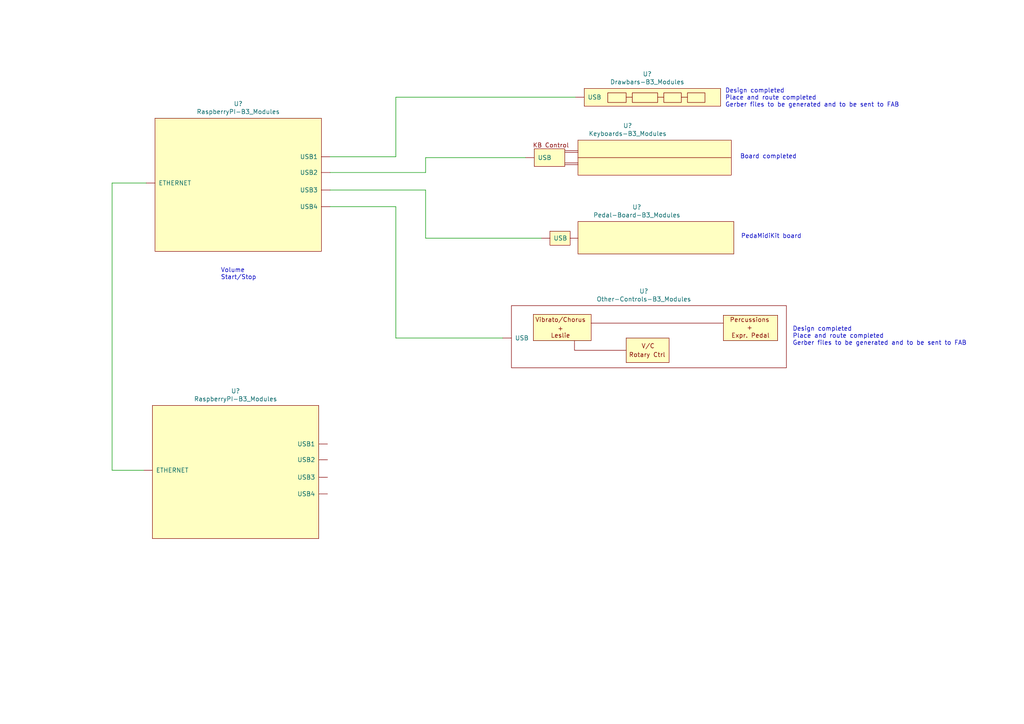
<source format=kicad_sch>
(kicad_sch (version 20211123) (generator eeschema)
  (paper "A4")
  (title_block (title "All Hammond B3 Clone Modules") (date "2022-02-06"))
  (lib_symbols
    (symbol "b3_overall:Drawbars-B3_Modules" (pin_numbers hide) (pin_names (offset 1.016))
      (property "Reference" "U" (at 28.956 1.778 0))
      (property "Value" "Drawbars-B3_Modules" (at 6.096 7.112 0))
      (symbol "Drawbars-B3_Modules_0_1"
        (rectangle (start -12.6746 4.318) (end 26.8986 -0.8128) (fill (type background)))
        (polyline (pts (xy 1.27 1.778) (xy -0.508 1.778)))
        (polyline (pts (xy 10.414 1.778) (xy 8.636 1.778)))
        (polyline (pts (xy 17.272 1.778) (xy 15.494 1.778)))
        (polyline (pts (xy -5.842 3.048) (xy -5.842 0.254) (xy -0.508 0.254) (xy -0.508 3.048) (xy -5.842 3.048)))
        (polyline (pts (xy 1.27 3.048) (xy 1.27 0.254) (xy 8.636 0.254) (xy 8.636 3.048) (xy 1.27 3.048)))
        (polyline (pts (xy 10.414 3.048) (xy 10.414 0.254) (xy 15.494 0.254) (xy 15.494 3.048) (xy 10.414 3.048)))
        (polyline (pts (xy 17.272 3.048) (xy 17.272 0.254) (xy 22.352 0.254) (xy 22.352 3.048) (xy 17.272 3.048)))
      )
      (symbol "Drawbars-B3_Modules_1_1"
        (pin bidirectional line (at -15.24 1.778 0) (length 2.54) (name "USB") (number "~"))
      )
    )
    (symbol "b3_overall:Keyboards-B3_Modules" (pin_numbers hide) (pin_names (offset 1.016))
      (property "Reference" "U" (at 24.13 3.81 0))
      (property "Value" "Keyboards-B3_Modules" (at 0 6.35 0))
      (symbol "Keyboards-B3_Modules_0_0"
        (text "Control" (at -27.686 3.6068 0) (effects (font (size 1.27 1.27))))
        (text "KB" (at -33.3502 3.6068 0) (effects (font (size 1.27 1.27))))
      )
      (symbol "Keyboards-B3_Modules_0_1"
        (rectangle (start -25.4 2.54) (end -34.29 -2.54) (fill (type background)))
        (rectangle (start -21.59 5.08) (end 22.86 -5.08) (fill (type background)))
        (polyline (pts (xy -25.4 -2.032) (xy -21.59 -2.032)))
        (polyline (pts (xy -25.4 -1.524) (xy -21.6154 -1.524)))
        (polyline (pts (xy -25.4 1.524) (xy -21.59 1.524)))
        (polyline (pts (xy -25.4 2.032) (xy -21.59 2.032)))
        (polyline (pts (xy -21.59 0) (xy 22.86 0)))
      )
      (symbol "Keyboards-B3_Modules_1_1"
        (pin bidirectional line (at -36.83 0 0) (length 2.54) (name "USB") (number "~"))
      )
    )
    (symbol "b3_overall:Other-Controls-B3_Modules" (pin_numbers hide) (pin_names (offset 1.016))
      (property "Reference" "U" (at 18.542 11.43 0))
      (property "Value" "Other-Controls-B3_Modules" (at 0 11.684 0))
      (symbol "Other-Controls-B3_Modules_0_0"
        (text "+" (at -25.908 2.794 0) (effects (font (size 1.27 1.27))))
        (text "+" (at 28.956 3.048 0) (effects (font (size 1.27 1.27))))
        (text "Expr. Pedal" (at 29.21 0.762 0) (effects (font (size 1.27 1.27))))
        (text "Leslie" (at -25.908 0.762 0) (effects (font (size 1.27 1.27))))
        (text "Percussions" (at 28.956 5.334 0) (effects (font (size 1.27 1.27))))
        (text "Rotary Ctrl" (at -0.762 -4.826 0) (effects (font (size 1.27 1.27))))
        (text "V/C" (at -0.508 -2.286 0) (effects (font (size 1.27 1.27))))
        (text "Vibrato/Chorus" (at -25.908 5.334 0) (effects (font (size 1.27 1.27))))
      )
      (symbol "Other-Controls-B3_Modules_0_1"
        (rectangle (start -40.132 9.398) (end 39.624 -8.636))
        (rectangle (start -33.782 6.858) (end -17.018 -0.762) (fill (type background)))
        (polyline (pts (xy 21.336 4.318) (xy -17.018 4.318)))
        (polyline (pts (xy -6.858 -3.556) (xy -21.844 -3.556) (xy -21.844 -0.762)))
        (polyline (pts (xy -6.858 0) (xy 5.588 0) (xy 5.588 -7.112) (xy -6.858 -7.112) (xy -6.858 0)) (fill (type background)))
        (rectangle (start 21.336 6.604) (end 37.084 -0.762) (fill (type background)))
      )
      (symbol "Other-Controls-B3_Modules_1_1"
        (pin bidirectional line (at -42.672 0 0) (length 2.54) (name "USB") (number "~"))
      )
    )
    (symbol "b3_overall:Pedal-Board-B3_Modules" (pin_numbers hide) (pin_names (offset 1.016))
      (property "Reference" "U" (at 26.162 -1.778 0))
      (property "Value" "Pedal-Board-B3_Modules" (at 7.112 -1.778 0))
      (symbol "Pedal-Board-B3_Modules_0_1"
        (rectangle (start -17.526 -0.254) (end -23.368 -4.318) (fill (type background)))
        (rectangle (start -15.24 2.54) (end 29.972 -6.858) (fill (type background)))
        (polyline (pts (xy -17.526 -2.286) (xy -15.24 -2.286)))
      )
      (symbol "Pedal-Board-B3_Modules_1_1"
        (pin bidirectional line (at -25.908 -2.286 0) (length 2.54) (name "USB") (number "~"))
      )
    )
    (symbol "b3_overall:RaspberryPI-B3_Modules" (pin_numbers hide) (pin_names (offset 1.016))
      (property "Reference" "U" (at 6.858 20.828 0))
      (property "Value" "RaspberryPI-B3_Modules" (at -9.906 20.828 0))
      (symbol "RaspberryPI-B3_Modules_0_1"
        (rectangle (start -33.02 18.796) (end 15.24 -19.812) (fill (type background)))
      )
      (symbol "RaspberryPI-B3_Modules_1_1"
        (pin bidirectional line (at -35.56 0 0) (length 2.54) (name "ETHERNET") (number "~"))
        (pin bidirectional line (at 17.78 7.62 180) (length 2.54) (name "USB1") (number "~"))
        (pin bidirectional line (at 17.78 3.048 180) (length 2.54) (name "USB2") (number "~"))
        (pin bidirectional line (at 17.78 -2.032 180) (length 2.54) (name "USB3") (number "~"))
        (pin bidirectional line (at 17.78 -6.858 180) (length 2.54) (name "USB4") (number "~"))
      )
    )
  )
  (wire (pts (xy 114.808 59.944) (xy 95.758 59.944)))
  (wire (pts (xy 123.444 50.038) (xy 95.758 50.038)))
  (wire (pts (xy 166.878 28.194) (xy 114.808 28.194)))
  (wire (pts (xy 114.808 45.466) (xy 95.758 45.466)))
  (wire (pts (xy 123.444 55.118) (xy 123.444 69.088)))
  (wire (pts (xy 123.444 45.72) (xy 123.444 50.038)))
  (wire (pts (xy 42.418 53.086) (xy 32.512 53.086)))
  (wire (pts (xy 152.4 45.72) (xy 123.444 45.72)))
  (wire (pts (xy 32.512 136.398) (xy 41.656 136.398)))
  (wire (pts (xy 123.444 69.088) (xy 156.972 69.088)))
  (wire (pts (xy 145.796 98.044) (xy 114.808 98.044)))
  (wire (pts (xy 32.512 53.086) (xy 32.512 136.398)))
  (wire (pts (xy 114.808 98.044) (xy 114.808 59.944)))
  (wire (pts (xy 114.808 28.194) (xy 114.808 45.466)))
  (wire (pts (xy 95.758 55.118) (xy 123.444 55.118)))
  (text "Volume\nStart/Stop" (at 64.008 81.28 0) (effects (font (size 1.27 1.27)) (justify left bottom)))
  (text "Design completed\nPlace and route completed\nGerber files to be generated and to be sent to FAB" (at 210.312 31.242 0) (effects (font (size 1.27 1.27)) (justify left bottom)))
  (text "PedaMidiKit board" (at 214.884 69.342 0) (effects (font (size 1.27 1.27)) (justify left bottom)))
  (text "Design completed\nPlace and route completed\nGerber files to be generated and to be sent to FAB" (at 229.87 100.33 0) (effects (font (size 1.27 1.27)) (justify left bottom)))
  (text "Board completed" (at 214.63 46.228 0) (effects (font (size 1.27 1.27)) (justify left bottom)))
  (symbol (lib_id "b3_overall:Other-Controls-B3_Modules") (at 188.468 98.044 0) (unit 1)
    (property "Reference" "U?" (at 186.7408 84.455 0))
    (property "Value" "Other-Controls-B3_Modules" (at 186.7408 86.7664 0))
  )
  (symbol (lib_id "b3_overall:Pedal-Board-B3_Modules") (at 182.88 66.802 0) (unit 1)
    (property "Reference" "U?" (at 184.7088 60.071 0))
    (property "Value" "Pedal-Board-B3_Modules" (at 184.7088 62.3824 0))
  )
  (symbol (lib_id "b3_overall:Keyboards-B3_Modules") (at 189.23 45.72 0) (unit 1)
    (property "Reference" "U?" (at 182.0418 36.449 0))
    (property "Value" "Keyboards-B3_Modules" (at 182.0418 38.7604 0))
  )
  (symbol (lib_id "b3_overall:Drawbars-B3_Modules") (at 182.118 29.972 0) (unit 1)
    (property "Reference" "U?" (at 187.7314 21.463 0))
    (property "Value" "Drawbars-B3_Modules" (at 187.7314 23.7744 0))
  )
  (symbol (lib_id "b3_overall:RaspberryPI-B3_Modules") (at 77.978 53.086 0) (unit 1)
    (property "Reference" "U?" (at 69.088 30.099 0))
    (property "Value" "RaspberryPI-B3_Modules" (at 69.088 32.4104 0))
  )
  (symbol (lib_id "b3_overall:RaspberryPI-B3_Modules") (at 77.216 136.398 0) (unit 1)
    (property "Reference" "U?" (at 68.326 113.411 0))
    (property "Value" "RaspberryPI-B3_Modules" (at 68.326 115.7224 0))
  )
)
</source>
